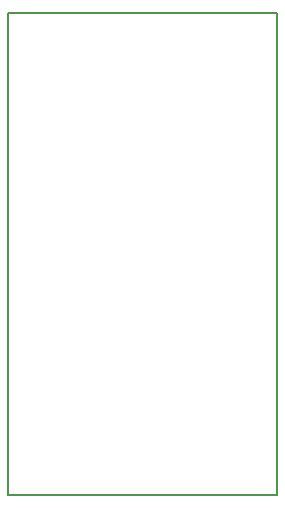
<source format=gm1>
G04 MADE WITH FRITZING*
G04 WWW.FRITZING.ORG*
G04 DOUBLE SIDED*
G04 HOLES PLATED*
G04 CONTOUR ON CENTER OF CONTOUR VECTOR*
%ASAXBY*%
%FSLAX23Y23*%
%MOIN*%
%OFA0B0*%
%SFA1.0B1.0*%
%ADD10R,0.905512X1.614170*%
%ADD11C,0.008000*%
%ADD10C,0.008*%
%LNCONTOUR*%
G90*
G70*
G54D10*
G54D11*
X4Y1610D02*
X902Y1610D01*
X902Y4D01*
X4Y4D01*
X4Y1610D01*
D02*
G04 End of contour*
M02*
</source>
